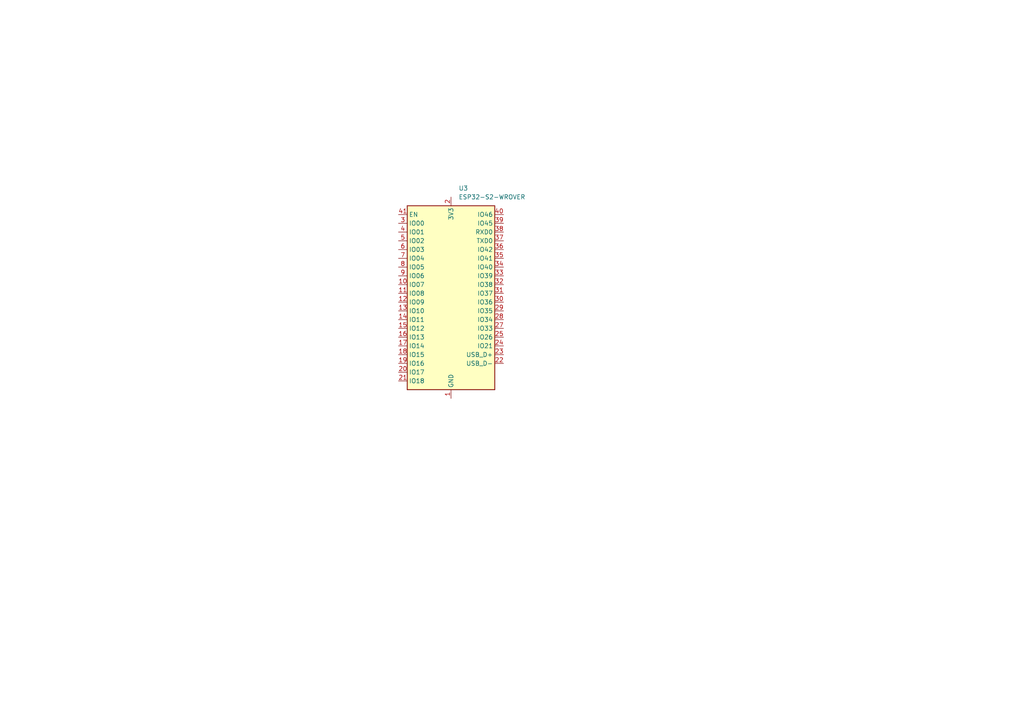
<source format=kicad_sch>
(kicad_sch (version 20231120) (generator "eeschema") (generator_version "8.0")
  (paper "A4")
  (lib_symbols
    (symbol "RF_Module:ESP32-S2-WROVER"
      (property "Reference" "U" (at -12.7 29.21 0))
      (property "Value" "ESP32-S2-WROVER" (at 2.54 29.21 0))
      (symbol "ESP32-S2-WROVER_0_1"
        (rectangle (start -12.7 27.94) (end 12.7 -25.4) (stroke (width 0.254)) (fill (type background)))
      )
      (symbol "ESP32-S2-WROVER_1_1"
        (pin power_in line (at 0 -27.94 90) (length 2.54) (name "GND") (number "1"))
        (pin bidirectional line (at -15.24 5.08 0) (length 2.54) (name "IO07") (number "10"))
        (pin bidirectional line (at -15.24 2.54 0) (length 2.54) (name "IO08") (number "11"))
        (pin bidirectional line (at -15.24 0 0) (length 2.54) (name "IO09") (number "12"))
        (pin bidirectional line (at -15.24 -2.54 0) (length 2.54) (name "IO10") (number "13"))
        (pin bidirectional line (at -15.24 -5.08 0) (length 2.54) (name "IO11") (number "14"))
        (pin bidirectional line (at -15.24 -7.62 0) (length 2.54) (name "IO12") (number "15"))
        (pin bidirectional line (at -15.24 -10.16 0) (length 2.54) (name "IO13") (number "16"))
        (pin bidirectional line (at -15.24 -12.7 0) (length 2.54) (name "IO14") (number "17"))
        (pin bidirectional line (at -15.24 -15.24 0) (length 2.54) (name "IO15") (number "18"))
        (pin bidirectional line (at -15.24 -17.78 0) (length 2.54) (name "IO16") (number "19"))
        (pin power_in line (at 0 30.48 270) (length 2.54) (name "3V3") (number "2"))
        (pin bidirectional line (at -15.24 -20.32 0) (length 2.54) (name "IO17") (number "20"))
        (pin bidirectional line (at -15.24 -22.86 0) (length 2.54) (name "IO18") (number "21"))
        (pin bidirectional line (at 15.24 -17.78 180) (length 2.54) (name "USB_D-") (number "22"))
        (pin bidirectional line (at 15.24 -15.24 180) (length 2.54) (name "USB_D+") (number "23"))
        (pin bidirectional line (at 15.24 -12.7 180) (length 2.54) (name "IO21") (number "24"))
        (pin bidirectional line (at 15.24 -10.16 180) (length 2.54) (name "IO26") (number "25"))
        (pin passive line (at 0 -27.94 90) (length 2.54) hide (name "GND") (number "26"))
        (pin bidirectional line (at 15.24 -7.62 180) (length 2.54) (name "IO33") (number "27"))
        (pin bidirectional line (at 15.24 -5.08 180) (length 2.54) (name "IO34") (number "28"))
        (pin bidirectional line (at 15.24 -2.54 180) (length 2.54) (name "IO35") (number "29"))
        (pin bidirectional line (at -15.24 22.86 0) (length 2.54) (name "IO00") (number "3"))
        (pin bidirectional line (at 15.24 0 180) (length 2.54) (name "IO36") (number "30"))
        (pin bidirectional line (at 15.24 2.54 180) (length 2.54) (name "IO37") (number "31"))
        (pin bidirectional line (at 15.24 5.08 180) (length 2.54) (name "IO38") (number "32"))
        (pin bidirectional line (at 15.24 7.62 180) (length 2.54) (name "IO39") (number "33"))
        (pin bidirectional line (at 15.24 10.16 180) (length 2.54) (name "IO40") (number "34"))
        (pin bidirectional line (at 15.24 12.7 180) (length 2.54) (name "IO41") (number "35"))
        (pin bidirectional line (at 15.24 15.24 180) (length 2.54) (name "IO42") (number "36"))
        (pin bidirectional line (at 15.24 17.78 180) (length 2.54) (name "TXD0") (number "37"))
        (pin bidirectional line (at 15.24 20.32 180) (length 2.54) (name "RXD0") (number "38"))
        (pin bidirectional line (at 15.24 22.86 180) (length 2.54) (name "IO45") (number "39"))
        (pin bidirectional line (at -15.24 20.32 0) (length 2.54) (name "IO01") (number "4"))
        (pin input line (at 15.24 25.4 180) (length 2.54) (name "IO46") (number "40"))
        (pin input line (at -15.24 25.4 0) (length 2.54) (name "EN") (number "41"))
        (pin passive line (at 0 -27.94 90) (length 2.54) hide (name "GND") (number "42"))
        (pin passive line (at 0 -27.94 90) (length 2.54) hide (name "GND") (number "43"))
        (pin bidirectional line (at -15.24 17.78 0) (length 2.54) (name "IO02") (number "5"))
        (pin bidirectional line (at -15.24 15.24 0) (length 2.54) (name "IO03") (number "6"))
        (pin bidirectional line (at -15.24 12.7 0) (length 2.54) (name "IO04") (number "7"))
        (pin bidirectional line (at -15.24 10.16 0) (length 2.54) (name "IO05") (number "8"))
        (pin bidirectional line (at -15.24 7.62 0) (length 2.54) (name "IO06") (number "9"))
      )
    )
  )
  (symbol (lib_id "RF_Module:ESP32-S2-WROVER") (at 130.81 87.63 0) (unit 1)
    (property "Reference" "U3" (at 133.0041 54.61 0) (effects (justify left)))
    (property "Value" "ESP32-S2-WROVER" (at 133.0041 57.15 0) (effects (justify left)))
    (property "Footprint" "RF_Module:ESP32-S2-WROVER" (effects (hide yes)))
    (property "Datasheet" "https://www.espressif.com/sites/default/files/documentation/esp32-s2-wroom_esp32-s2-wroom-i_datasheet_en.pdf" (effects (hide yes)))
    (property "Description" "RF Module, ESP32-D0WDQ6 SoC, Wi-Fi 802.11b/g/n, 32-bit, 2.7-3.6V, onboard antenna, SMD" (effects (hide yes)))
  )
)
</source>
